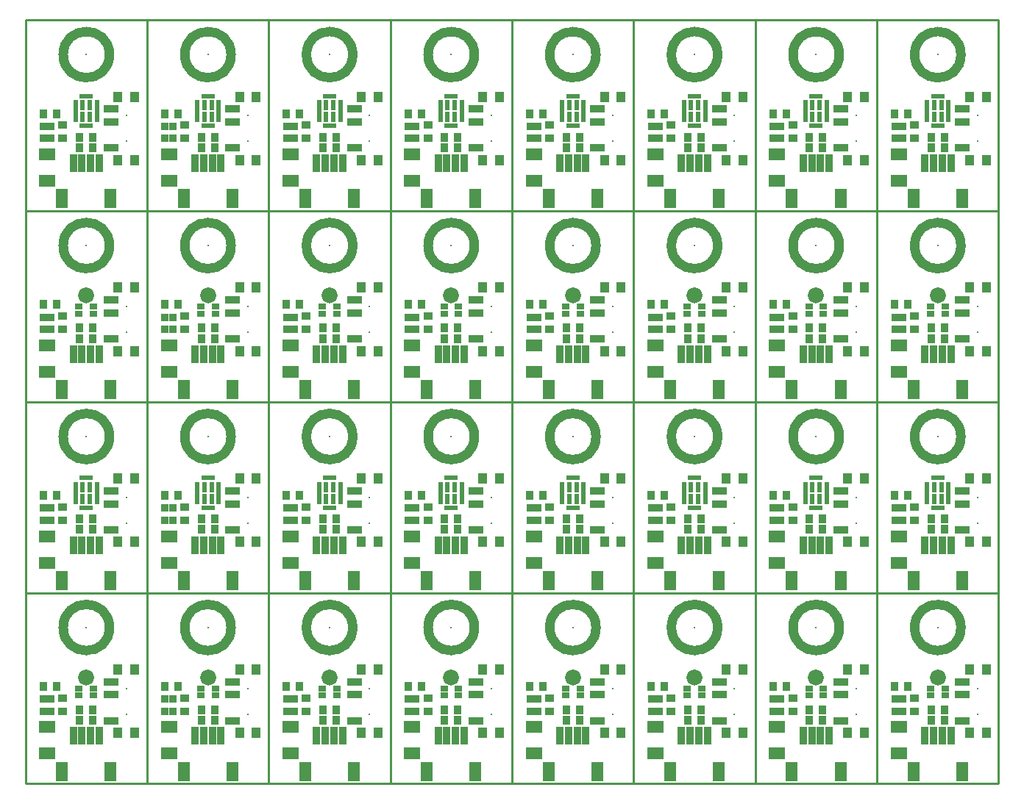
<source format=gts>
G04*
G04 #@! TF.GenerationSoftware,Altium Limited,Altium Designer,22.2.1 (43)*
G04*
G04 Layer_Color=8388736*
%FSLAX44Y44*%
%MOMM*%
G71*
G04*
G04 #@! TF.SameCoordinates,B7F19F8C-4A71-44AC-9732-6E8CD1541173*
G04*
G04*
G04 #@! TF.FilePolarity,Negative*
G04*
G01*
G75*
%ADD11C,0.2540*%
%ADD29C,1.1020*%
%ADD30R,0.9282X0.7252*%
%ADD31O,0.5032X0.3032*%
%ADD32O,0.3032X0.5032*%
%ADD33R,1.0032X1.2032*%
%ADD34R,1.7032X0.9032*%
%ADD35R,0.8382X1.0922*%
%ADD36R,0.9032X0.9532*%
%ADD37R,1.5032X0.5532*%
%ADD38R,0.6032X1.1532*%
%ADD39R,0.5532X2.5032*%
%ADD40R,1.4032X2.2032*%
%ADD41R,0.9032X2.0032*%
%ADD42R,1.9812X1.3462*%
%ADD43R,1.0922X0.8382*%
%ADD44C,1.8300*%
%ADD45C,0.2032*%
D11*
X-560000Y-220000D02*
X-420000D01*
X-280000D01*
X-140000D01*
X0D01*
X140000D01*
X280000D01*
X420000D01*
X560000D01*
X-560000Y-0D02*
X-420000D01*
X-280000D01*
X-140000D01*
X0D01*
X140000D01*
X280000D01*
X420000D01*
X560000D01*
X-560000Y220000D02*
X-420000D01*
X-280000D01*
X-140000D01*
X0D01*
X140000D01*
X280000D01*
X420000D01*
X560000D01*
X420000Y220000D02*
Y440000D01*
Y0D02*
Y220000D01*
Y-220000D02*
Y0D01*
Y-440000D02*
Y-220000D01*
X280000Y220000D02*
Y440000D01*
Y0D02*
Y220000D01*
Y-220000D02*
Y0D01*
Y-440000D02*
Y-220000D01*
X140000Y220000D02*
Y440000D01*
Y0D02*
Y220000D01*
Y-220000D02*
Y0D01*
Y-440000D02*
Y-220000D01*
X0Y220000D02*
Y440000D01*
Y-0D02*
Y220000D01*
Y-220000D02*
Y-0D01*
Y-440000D02*
Y-220000D01*
X-140000Y220000D02*
Y440000D01*
Y0D02*
Y220000D01*
Y-220000D02*
Y0D01*
Y-440000D02*
Y-220000D01*
X-280000Y220000D02*
Y440000D01*
Y0D02*
Y220000D01*
Y-220000D02*
Y0D01*
Y-440000D02*
Y-220000D01*
X-420000Y220000D02*
Y440000D01*
Y0D02*
Y220000D01*
Y-220000D02*
Y0D01*
Y-440000D02*
Y-220000D01*
X420000Y440000D02*
X560000D01*
Y220000D02*
Y440000D01*
X560000Y0D02*
Y220000D01*
Y-220000D02*
Y0D01*
X420000Y-440000D02*
X560000D01*
Y-220000D01*
X280000Y440000D02*
X420000D01*
X280000Y-440000D02*
X420000D01*
X140000Y440000D02*
X280000D01*
X140000Y-440000D02*
X280000D01*
X0Y440000D02*
X140000D01*
X-0Y-440000D02*
X140000D01*
X-140000Y440000D02*
X0D01*
X-140000Y-440000D02*
X-0D01*
X-280000Y440000D02*
X-140000D01*
X-280000Y-440000D02*
X-140000D01*
X-420000Y440000D02*
X-280000D01*
X-420000Y-440000D02*
X-280000D01*
X-560000D02*
X-420000D01*
X-560000D02*
Y-220000D01*
Y0D01*
Y220000D01*
Y440000D01*
X-420000D01*
D29*
X96610Y400000D02*
G03*
X96610Y400000I-26610J0D01*
G01*
X-463390Y180000D02*
G03*
X-463390Y180000I-26610J0D01*
G01*
X516610Y-260000D02*
G03*
X516610Y-260000I-26610J0D01*
G01*
X376610D02*
G03*
X376610Y-260000I-26610J0D01*
G01*
X236610D02*
G03*
X236610Y-260000I-26610J0D01*
G01*
X96610D02*
G03*
X96610Y-260000I-26610J0D01*
G01*
X-43390D02*
G03*
X-43390Y-260000I-26610J0D01*
G01*
X-183390D02*
G03*
X-183390Y-260000I-26610J0D01*
G01*
X-323390D02*
G03*
X-323390Y-260000I-26610J0D01*
G01*
X-463390D02*
G03*
X-463390Y-260000I-26610J0D01*
G01*
X516610Y400000D02*
G03*
X516610Y400000I-26610J0D01*
G01*
X376610D02*
G03*
X376610Y400000I-26610J0D01*
G01*
X236610D02*
G03*
X236610Y400000I-26610J0D01*
G01*
X-43390D02*
G03*
X-43390Y400000I-26610J0D01*
G01*
X-183390D02*
G03*
X-183390Y400000I-26610J0D01*
G01*
X-323390D02*
G03*
X-323390Y400000I-26610J0D01*
G01*
X-463390D02*
G03*
X-463390Y400000I-26610J0D01*
G01*
X516610Y-40000D02*
G03*
X516610Y-40000I-26610J0D01*
G01*
X376610D02*
G03*
X376610Y-40000I-26610J0D01*
G01*
X236610D02*
G03*
X236610Y-40000I-26610J0D01*
G01*
X96610D02*
G03*
X96610Y-40000I-26610J0D01*
G01*
X-43390D02*
G03*
X-43390Y-40000I-26610J0D01*
G01*
X-183390D02*
G03*
X-183390Y-40000I-26610J0D01*
G01*
X-323390D02*
G03*
X-323390Y-40000I-26610J0D01*
G01*
X-463390D02*
G03*
X-463390Y-40000I-26610J0D01*
G01*
X516610Y180000D02*
G03*
X516610Y180000I-26610J0D01*
G01*
X376610D02*
G03*
X376610Y180000I-26610J0D01*
G01*
X236610D02*
G03*
X236610Y180000I-26610J0D01*
G01*
X96610D02*
G03*
X96610Y180000I-26610J0D01*
G01*
X-43390D02*
G03*
X-43390Y180000I-26610J0D01*
G01*
X-183390D02*
G03*
X-183390Y180000I-26610J0D01*
G01*
X-323390D02*
G03*
X-323390Y180000I-26610J0D01*
G01*
D30*
X-481625Y101760D02*
D03*
Y109980D02*
D03*
X-498370D02*
D03*
Y101760D02*
D03*
X-358370D02*
D03*
Y109980D02*
D03*
X-341625D02*
D03*
Y101760D02*
D03*
X-201625D02*
D03*
Y109980D02*
D03*
X-218370D02*
D03*
Y101760D02*
D03*
X-78370D02*
D03*
Y109980D02*
D03*
X-61625D02*
D03*
Y101760D02*
D03*
X78375D02*
D03*
Y109980D02*
D03*
X61630D02*
D03*
Y101760D02*
D03*
X201630D02*
D03*
Y109980D02*
D03*
X218375D02*
D03*
Y101760D02*
D03*
X358375D02*
D03*
Y109980D02*
D03*
X341630D02*
D03*
Y101760D02*
D03*
X481630D02*
D03*
Y109980D02*
D03*
X498375D02*
D03*
Y101760D02*
D03*
X-481625Y-338240D02*
D03*
Y-330020D02*
D03*
X-498370D02*
D03*
Y-338240D02*
D03*
X-358370D02*
D03*
Y-330020D02*
D03*
X-341625D02*
D03*
Y-338240D02*
D03*
X-201625D02*
D03*
Y-330020D02*
D03*
X-218370D02*
D03*
Y-338240D02*
D03*
X-78370D02*
D03*
Y-330020D02*
D03*
X-61625D02*
D03*
Y-338240D02*
D03*
X78375D02*
D03*
Y-330020D02*
D03*
X61630D02*
D03*
Y-338240D02*
D03*
X201630D02*
D03*
Y-330020D02*
D03*
X218375D02*
D03*
Y-338240D02*
D03*
X358375D02*
D03*
Y-330020D02*
D03*
X341630D02*
D03*
Y-338240D02*
D03*
X481630D02*
D03*
Y-330020D02*
D03*
X498375D02*
D03*
Y-338240D02*
D03*
D31*
X-483375Y122500D02*
D03*
X-496625D02*
D03*
X-356625D02*
D03*
X-343375D02*
D03*
X-203375D02*
D03*
X-216625D02*
D03*
X-76625D02*
D03*
X-63375D02*
D03*
X76625D02*
D03*
X63375D02*
D03*
X203375D02*
D03*
X216625D02*
D03*
X356625D02*
D03*
X343375D02*
D03*
X483375D02*
D03*
X496625D02*
D03*
X-483375Y-317500D02*
D03*
X-496625D02*
D03*
X-356625D02*
D03*
X-343375D02*
D03*
X-203375D02*
D03*
X-216625D02*
D03*
X-76625D02*
D03*
X-63375D02*
D03*
X76625D02*
D03*
X63375D02*
D03*
X203375D02*
D03*
X216625D02*
D03*
X356625D02*
D03*
X343375D02*
D03*
X483375D02*
D03*
X496625D02*
D03*
D32*
X-490000Y129125D02*
D03*
Y115875D02*
D03*
X-350000D02*
D03*
Y129125D02*
D03*
X-210000D02*
D03*
Y115875D02*
D03*
X-70000D02*
D03*
Y129125D02*
D03*
X70000D02*
D03*
Y115875D02*
D03*
X210000D02*
D03*
Y129125D02*
D03*
X350000D02*
D03*
Y115875D02*
D03*
X490000D02*
D03*
Y129125D02*
D03*
X-490000Y-310875D02*
D03*
Y-324125D02*
D03*
X-350000D02*
D03*
Y-310875D02*
D03*
X-210000D02*
D03*
Y-324125D02*
D03*
X-70000D02*
D03*
Y-310875D02*
D03*
X70000D02*
D03*
Y-324125D02*
D03*
X210000D02*
D03*
Y-310875D02*
D03*
X350000D02*
D03*
Y-324125D02*
D03*
X490000D02*
D03*
Y-310875D02*
D03*
D33*
X-434350Y351500D02*
D03*
Y278500D02*
D03*
X-453650D02*
D03*
Y351500D02*
D03*
X-313650D02*
D03*
Y278500D02*
D03*
X-294350D02*
D03*
Y351500D02*
D03*
X-154350D02*
D03*
Y278500D02*
D03*
X-173650D02*
D03*
Y351500D02*
D03*
X-33650D02*
D03*
Y278500D02*
D03*
X-14350D02*
D03*
Y351500D02*
D03*
X265650D02*
D03*
Y278500D02*
D03*
X246350D02*
D03*
Y351500D02*
D03*
X386350D02*
D03*
Y278500D02*
D03*
X405650D02*
D03*
Y351500D02*
D03*
X545650D02*
D03*
Y278500D02*
D03*
X526350D02*
D03*
Y351500D02*
D03*
X-453650Y131500D02*
D03*
Y58500D02*
D03*
X-434350D02*
D03*
Y131500D02*
D03*
X-294350D02*
D03*
Y58500D02*
D03*
X-313650D02*
D03*
Y131500D02*
D03*
X-173650D02*
D03*
Y58500D02*
D03*
X-154350D02*
D03*
Y131500D02*
D03*
X-14350D02*
D03*
Y58500D02*
D03*
X-33650D02*
D03*
Y131500D02*
D03*
X106350D02*
D03*
Y58500D02*
D03*
X125650D02*
D03*
Y131500D02*
D03*
X265650D02*
D03*
Y58500D02*
D03*
X246350D02*
D03*
Y131500D02*
D03*
X386350D02*
D03*
Y58500D02*
D03*
X405650D02*
D03*
Y131500D02*
D03*
X545650D02*
D03*
Y58500D02*
D03*
X526350D02*
D03*
Y131500D02*
D03*
X-453650Y-88500D02*
D03*
Y-161500D02*
D03*
X-434350D02*
D03*
Y-88500D02*
D03*
X-294350D02*
D03*
Y-161500D02*
D03*
X-313650D02*
D03*
Y-88500D02*
D03*
X-173650D02*
D03*
Y-161500D02*
D03*
X-154350D02*
D03*
Y-88500D02*
D03*
X-14350D02*
D03*
Y-161500D02*
D03*
X-33650D02*
D03*
Y-88500D02*
D03*
X106350D02*
D03*
Y-161500D02*
D03*
X125650D02*
D03*
Y-88500D02*
D03*
X265650D02*
D03*
Y-161500D02*
D03*
X246350D02*
D03*
Y-88500D02*
D03*
X386350D02*
D03*
Y-161500D02*
D03*
X405650D02*
D03*
Y-88500D02*
D03*
X545650D02*
D03*
Y-161500D02*
D03*
X526350D02*
D03*
Y-88500D02*
D03*
X-453650Y-308500D02*
D03*
Y-381500D02*
D03*
X-434350D02*
D03*
Y-308500D02*
D03*
X-294350D02*
D03*
Y-381500D02*
D03*
X-313650D02*
D03*
Y-308500D02*
D03*
X-173650D02*
D03*
Y-381500D02*
D03*
X-154350D02*
D03*
Y-308500D02*
D03*
X-14350D02*
D03*
Y-381500D02*
D03*
X-33650D02*
D03*
Y-308500D02*
D03*
X106350D02*
D03*
Y-381500D02*
D03*
X125650D02*
D03*
Y-308500D02*
D03*
X265650D02*
D03*
Y-381500D02*
D03*
X246350D02*
D03*
Y-308500D02*
D03*
X386350D02*
D03*
Y-381500D02*
D03*
X405650D02*
D03*
Y-308500D02*
D03*
X545650D02*
D03*
Y-381500D02*
D03*
X526350D02*
D03*
Y-308500D02*
D03*
X106350Y351500D02*
D03*
Y278500D02*
D03*
X125650D02*
D03*
Y351500D02*
D03*
D34*
X-461500Y292500D02*
D03*
Y322500D02*
D03*
Y337500D02*
D03*
X-321500D02*
D03*
Y322500D02*
D03*
Y292500D02*
D03*
X-181500D02*
D03*
Y322500D02*
D03*
Y337500D02*
D03*
X-41500D02*
D03*
Y322500D02*
D03*
Y292500D02*
D03*
X238500D02*
D03*
Y322500D02*
D03*
Y337500D02*
D03*
X378500D02*
D03*
Y322500D02*
D03*
Y292500D02*
D03*
X518500D02*
D03*
Y322500D02*
D03*
Y337500D02*
D03*
X-461500Y117500D02*
D03*
Y102500D02*
D03*
Y72500D02*
D03*
X-321500D02*
D03*
Y102500D02*
D03*
Y117500D02*
D03*
X-181500D02*
D03*
Y102500D02*
D03*
Y72500D02*
D03*
X-41500D02*
D03*
Y102500D02*
D03*
Y117500D02*
D03*
X98500D02*
D03*
Y102500D02*
D03*
Y72500D02*
D03*
X238500D02*
D03*
Y102500D02*
D03*
Y117500D02*
D03*
X378500D02*
D03*
Y102500D02*
D03*
Y72500D02*
D03*
X518500D02*
D03*
Y102500D02*
D03*
Y117500D02*
D03*
X-461500Y-102500D02*
D03*
Y-117500D02*
D03*
Y-147500D02*
D03*
X-321500D02*
D03*
Y-117500D02*
D03*
Y-102500D02*
D03*
X-181500D02*
D03*
Y-117500D02*
D03*
Y-147500D02*
D03*
X-41500D02*
D03*
Y-117500D02*
D03*
Y-102500D02*
D03*
X98500D02*
D03*
Y-117500D02*
D03*
Y-147500D02*
D03*
X238500D02*
D03*
Y-117500D02*
D03*
Y-102500D02*
D03*
X378500D02*
D03*
Y-117500D02*
D03*
Y-147500D02*
D03*
X518500D02*
D03*
Y-117500D02*
D03*
Y-102500D02*
D03*
X-461500Y-322500D02*
D03*
Y-337500D02*
D03*
Y-367500D02*
D03*
X-321500D02*
D03*
Y-337500D02*
D03*
Y-322500D02*
D03*
X-181500D02*
D03*
Y-337500D02*
D03*
Y-367500D02*
D03*
X-41500D02*
D03*
Y-337500D02*
D03*
Y-322500D02*
D03*
X98500D02*
D03*
Y-337500D02*
D03*
Y-367500D02*
D03*
X238500D02*
D03*
Y-337500D02*
D03*
Y-322500D02*
D03*
X378500D02*
D03*
Y-337500D02*
D03*
Y-367500D02*
D03*
X518500D02*
D03*
Y-337500D02*
D03*
Y-322500D02*
D03*
X98500Y337500D02*
D03*
Y322500D02*
D03*
Y292500D02*
D03*
D35*
X-539620Y332000D02*
D03*
X-524380D02*
D03*
X77620Y293000D02*
D03*
X62380D02*
D03*
X77620Y305000D02*
D03*
X62380D02*
D03*
X20380Y332000D02*
D03*
X35620D02*
D03*
X-539620Y112000D02*
D03*
X-524380D02*
D03*
X-482380Y73000D02*
D03*
X-497620D02*
D03*
X-482380Y85000D02*
D03*
X-497620D02*
D03*
X497620Y-367000D02*
D03*
X482380D02*
D03*
X497620Y-355000D02*
D03*
X482380D02*
D03*
X440380Y-328000D02*
D03*
X455620D02*
D03*
X357620Y-367000D02*
D03*
X342380D02*
D03*
X357620Y-355000D02*
D03*
X342380D02*
D03*
X300380Y-328000D02*
D03*
X315620D02*
D03*
X217620Y-367000D02*
D03*
X202380D02*
D03*
X217620Y-355000D02*
D03*
X202380D02*
D03*
X160380Y-328000D02*
D03*
X175620D02*
D03*
X77620Y-367000D02*
D03*
X62380D02*
D03*
X77620Y-355000D02*
D03*
X62380D02*
D03*
X20380Y-328000D02*
D03*
X35620D02*
D03*
X-62380Y-367000D02*
D03*
X-77620D02*
D03*
X-62380Y-355000D02*
D03*
X-77620D02*
D03*
X-119620Y-328000D02*
D03*
X-104380D02*
D03*
X-202380Y-367000D02*
D03*
X-217620D02*
D03*
X-202380Y-355000D02*
D03*
X-217620D02*
D03*
X-259620Y-328000D02*
D03*
X-244380D02*
D03*
X-342380Y-367000D02*
D03*
X-357620D02*
D03*
X-342380Y-355000D02*
D03*
X-357620D02*
D03*
X-399620Y-328000D02*
D03*
X-384380D02*
D03*
X-482380Y-367000D02*
D03*
X-497620D02*
D03*
X-482380Y-355000D02*
D03*
X-497620D02*
D03*
X-539620Y-328000D02*
D03*
X-524380D02*
D03*
X497620Y293000D02*
D03*
X482380D02*
D03*
X497620Y305000D02*
D03*
X482380D02*
D03*
X440380Y332000D02*
D03*
X455620D02*
D03*
X357620Y293000D02*
D03*
X342380D02*
D03*
X357620Y305000D02*
D03*
X342380D02*
D03*
X300380Y332000D02*
D03*
X315620D02*
D03*
X217620Y293000D02*
D03*
X202380D02*
D03*
X217620Y305000D02*
D03*
X202380D02*
D03*
X160380Y332000D02*
D03*
X175620D02*
D03*
X-62380Y293000D02*
D03*
X-77620D02*
D03*
X-62380Y305000D02*
D03*
X-77620D02*
D03*
X-119620Y332000D02*
D03*
X-104380D02*
D03*
X-202380Y293000D02*
D03*
X-217620D02*
D03*
X-202380Y305000D02*
D03*
X-217620D02*
D03*
X-259620Y332000D02*
D03*
X-244380D02*
D03*
X-342380Y293000D02*
D03*
X-357620D02*
D03*
X-342380Y305000D02*
D03*
X-357620D02*
D03*
X-399620Y332000D02*
D03*
X-384380D02*
D03*
X-482380Y293000D02*
D03*
X-497620D02*
D03*
X-482380Y305000D02*
D03*
X-497620D02*
D03*
X497620Y-147000D02*
D03*
X482380D02*
D03*
X497620Y-135000D02*
D03*
X482380D02*
D03*
X440380Y-108000D02*
D03*
X455620D02*
D03*
X357620Y-147000D02*
D03*
X342380D02*
D03*
X357620Y-135000D02*
D03*
X342380D02*
D03*
X300380Y-108000D02*
D03*
X315620D02*
D03*
X217620Y-147000D02*
D03*
X202380D02*
D03*
X217620Y-135000D02*
D03*
X202380D02*
D03*
X160380Y-108000D02*
D03*
X175620D02*
D03*
X77620Y-147000D02*
D03*
X62380D02*
D03*
X77620Y-135000D02*
D03*
X62380D02*
D03*
X20380Y-108000D02*
D03*
X35620D02*
D03*
X-62380Y-147000D02*
D03*
X-77620D02*
D03*
X-62380Y-135000D02*
D03*
X-77620D02*
D03*
X-119620Y-108000D02*
D03*
X-104380D02*
D03*
X-202380Y-147000D02*
D03*
X-217620D02*
D03*
X-202380Y-135000D02*
D03*
X-217620D02*
D03*
X-259620Y-108000D02*
D03*
X-244380D02*
D03*
X-342380Y-147000D02*
D03*
X-357620D02*
D03*
X-342380Y-135000D02*
D03*
X-357620D02*
D03*
X-399620Y-108000D02*
D03*
X-384380D02*
D03*
X-482380Y-147000D02*
D03*
X-497620D02*
D03*
X-482380Y-135000D02*
D03*
X-497620D02*
D03*
X-539620Y-108000D02*
D03*
X-524380D02*
D03*
X497620Y73000D02*
D03*
X482380D02*
D03*
X497620Y85000D02*
D03*
X482380D02*
D03*
X440380Y112000D02*
D03*
X455620D02*
D03*
X357620Y73000D02*
D03*
X342380D02*
D03*
X357620Y85000D02*
D03*
X342380D02*
D03*
X300380Y112000D02*
D03*
X315620D02*
D03*
X217620Y73000D02*
D03*
X202380D02*
D03*
X217620Y85000D02*
D03*
X202380D02*
D03*
X160380Y112000D02*
D03*
X175620D02*
D03*
X77620Y73000D02*
D03*
X62380D02*
D03*
X77620Y85000D02*
D03*
X62380D02*
D03*
X20380Y112000D02*
D03*
X35620D02*
D03*
X-62380Y73000D02*
D03*
X-77620D02*
D03*
X-62380Y85000D02*
D03*
X-77620D02*
D03*
X-119620Y112000D02*
D03*
X-104380D02*
D03*
X-202380Y73000D02*
D03*
X-217620D02*
D03*
X-202380Y85000D02*
D03*
X-217620D02*
D03*
X-259620Y112000D02*
D03*
X-244380D02*
D03*
X-342380Y73000D02*
D03*
X-357620D02*
D03*
X-342380Y85000D02*
D03*
X-357620D02*
D03*
X-399620Y112000D02*
D03*
X-384380D02*
D03*
D36*
X-530700Y303500D02*
D03*
Y317500D02*
D03*
X-539300Y303500D02*
D03*
Y317500D02*
D03*
X29300Y303500D02*
D03*
Y317500D02*
D03*
X20700Y303500D02*
D03*
Y317500D02*
D03*
X-530700Y83500D02*
D03*
Y97500D02*
D03*
X-539300Y83500D02*
D03*
Y97500D02*
D03*
X449300Y-356500D02*
D03*
Y-342500D02*
D03*
X440700Y-356500D02*
D03*
Y-342500D02*
D03*
X309300Y-356500D02*
D03*
Y-342500D02*
D03*
X300700Y-356500D02*
D03*
Y-342500D02*
D03*
X169300Y-356500D02*
D03*
Y-342500D02*
D03*
X160700Y-356500D02*
D03*
Y-342500D02*
D03*
X29300Y-356500D02*
D03*
Y-342500D02*
D03*
X20700Y-356500D02*
D03*
Y-342500D02*
D03*
X-110700Y-356500D02*
D03*
Y-342500D02*
D03*
X-119300Y-356500D02*
D03*
Y-342500D02*
D03*
X-250700Y-356500D02*
D03*
Y-342500D02*
D03*
X-259300Y-356500D02*
D03*
Y-342500D02*
D03*
X-390700Y-356500D02*
D03*
Y-342500D02*
D03*
X-399300Y-356500D02*
D03*
Y-342500D02*
D03*
X-530700Y-356500D02*
D03*
Y-342500D02*
D03*
X-539300Y-356500D02*
D03*
Y-342500D02*
D03*
X449300Y303500D02*
D03*
Y317500D02*
D03*
X440700Y303500D02*
D03*
Y317500D02*
D03*
X309300Y303500D02*
D03*
Y317500D02*
D03*
X300700Y303500D02*
D03*
Y317500D02*
D03*
X169300Y303500D02*
D03*
Y317500D02*
D03*
X160700Y303500D02*
D03*
Y317500D02*
D03*
X-110700Y303500D02*
D03*
Y317500D02*
D03*
X-119300Y303500D02*
D03*
Y317500D02*
D03*
X-250700Y303500D02*
D03*
Y317500D02*
D03*
X-259300Y303500D02*
D03*
Y317500D02*
D03*
X-390700Y303500D02*
D03*
Y317500D02*
D03*
X-399300Y303500D02*
D03*
Y317500D02*
D03*
X449300Y-136500D02*
D03*
Y-122500D02*
D03*
X440700Y-136500D02*
D03*
Y-122500D02*
D03*
X309300Y-136500D02*
D03*
Y-122500D02*
D03*
X300700Y-136500D02*
D03*
Y-122500D02*
D03*
X169300Y-136500D02*
D03*
Y-122500D02*
D03*
X160700Y-136500D02*
D03*
Y-122500D02*
D03*
X29300Y-136500D02*
D03*
Y-122500D02*
D03*
X20700Y-136500D02*
D03*
Y-122500D02*
D03*
X-110700Y-136500D02*
D03*
Y-122500D02*
D03*
X-119300Y-136500D02*
D03*
Y-122500D02*
D03*
X-250700Y-136500D02*
D03*
Y-122500D02*
D03*
X-259300Y-136500D02*
D03*
Y-122500D02*
D03*
X-390700Y-136500D02*
D03*
Y-122500D02*
D03*
X-399300Y-136500D02*
D03*
Y-122500D02*
D03*
X-530700Y-136500D02*
D03*
Y-122500D02*
D03*
X-539300Y-136500D02*
D03*
Y-122500D02*
D03*
X449300Y83500D02*
D03*
Y97500D02*
D03*
X440700Y83500D02*
D03*
Y97500D02*
D03*
X309300Y83500D02*
D03*
Y97500D02*
D03*
X300700Y83500D02*
D03*
Y97500D02*
D03*
X169300Y83500D02*
D03*
Y97500D02*
D03*
X160700Y83500D02*
D03*
Y97500D02*
D03*
X29300Y83500D02*
D03*
Y97500D02*
D03*
X20700Y83500D02*
D03*
Y97500D02*
D03*
X-110700Y83500D02*
D03*
Y97500D02*
D03*
X-119300Y83500D02*
D03*
Y97500D02*
D03*
X-250700Y83500D02*
D03*
Y97500D02*
D03*
X-259300Y83500D02*
D03*
Y97500D02*
D03*
X-390700Y83500D02*
D03*
Y97500D02*
D03*
X-399300Y83500D02*
D03*
Y97500D02*
D03*
D37*
X70000Y317750D02*
D03*
Y352250D02*
D03*
X490000Y317750D02*
D03*
Y352250D02*
D03*
X350000Y317750D02*
D03*
Y352250D02*
D03*
X210000Y317750D02*
D03*
Y352250D02*
D03*
X-70000Y317750D02*
D03*
Y352250D02*
D03*
X-210000Y317750D02*
D03*
Y352250D02*
D03*
X-350000Y317750D02*
D03*
Y352250D02*
D03*
X-490000Y317750D02*
D03*
Y352250D02*
D03*
X490000Y-122250D02*
D03*
Y-87750D02*
D03*
X350000Y-122250D02*
D03*
Y-87750D02*
D03*
X210000Y-122250D02*
D03*
Y-87750D02*
D03*
X70000Y-122250D02*
D03*
Y-87750D02*
D03*
X-70000Y-122250D02*
D03*
Y-87750D02*
D03*
X-210000Y-122250D02*
D03*
Y-87750D02*
D03*
X-350000Y-122250D02*
D03*
Y-87750D02*
D03*
X-490000Y-122250D02*
D03*
Y-87750D02*
D03*
D38*
X74250Y341750D02*
D03*
Y328250D02*
D03*
X65750Y341750D02*
D03*
Y328250D02*
D03*
X494250Y341750D02*
D03*
Y328250D02*
D03*
X485750Y341750D02*
D03*
Y328250D02*
D03*
X354250Y341750D02*
D03*
Y328250D02*
D03*
X345750Y341750D02*
D03*
Y328250D02*
D03*
X214250Y341750D02*
D03*
Y328250D02*
D03*
X205750Y341750D02*
D03*
Y328250D02*
D03*
X-65750Y341750D02*
D03*
Y328250D02*
D03*
X-74250Y341750D02*
D03*
Y328250D02*
D03*
X-205750Y341750D02*
D03*
Y328250D02*
D03*
X-214250Y341750D02*
D03*
Y328250D02*
D03*
X-345750Y341750D02*
D03*
Y328250D02*
D03*
X-354250Y341750D02*
D03*
Y328250D02*
D03*
X-485750Y341750D02*
D03*
Y328250D02*
D03*
X-494250Y341750D02*
D03*
Y328250D02*
D03*
X494250Y-98250D02*
D03*
Y-111750D02*
D03*
X485750Y-98250D02*
D03*
Y-111750D02*
D03*
X354250Y-98250D02*
D03*
Y-111750D02*
D03*
X345750Y-98250D02*
D03*
Y-111750D02*
D03*
X214250Y-98250D02*
D03*
Y-111750D02*
D03*
X205750Y-98250D02*
D03*
Y-111750D02*
D03*
X74250Y-98250D02*
D03*
Y-111750D02*
D03*
X65750Y-98250D02*
D03*
Y-111750D02*
D03*
X-65750Y-98250D02*
D03*
Y-111750D02*
D03*
X-74250Y-98250D02*
D03*
Y-111750D02*
D03*
X-205750Y-98250D02*
D03*
Y-111750D02*
D03*
X-214250Y-98250D02*
D03*
Y-111750D02*
D03*
X-345750Y-98250D02*
D03*
Y-111750D02*
D03*
X-354250Y-98250D02*
D03*
Y-111750D02*
D03*
X-485750Y-98250D02*
D03*
Y-111750D02*
D03*
X-494250Y-98250D02*
D03*
Y-111750D02*
D03*
D39*
X82250Y335000D02*
D03*
X57750D02*
D03*
X502250D02*
D03*
X477750D02*
D03*
X362250D02*
D03*
X337750D02*
D03*
X222250D02*
D03*
X197750D02*
D03*
X-57750D02*
D03*
X-82250D02*
D03*
X-197750D02*
D03*
X-222250D02*
D03*
X-337750D02*
D03*
X-362250D02*
D03*
X-477750D02*
D03*
X-502250D02*
D03*
X502250Y-105000D02*
D03*
X477750D02*
D03*
X362250D02*
D03*
X337750D02*
D03*
X222250D02*
D03*
X197750D02*
D03*
X82250D02*
D03*
X57750D02*
D03*
X-57750D02*
D03*
X-82250D02*
D03*
X-197750D02*
D03*
X-222250D02*
D03*
X-337750D02*
D03*
X-362250D02*
D03*
X-477750D02*
D03*
X-502250D02*
D03*
D40*
X98000Y234000D02*
D03*
X42000D02*
D03*
X-462000Y14000D02*
D03*
X-518000D02*
D03*
X518000Y-426000D02*
D03*
X462000D02*
D03*
X378000D02*
D03*
X322000D02*
D03*
X238000D02*
D03*
X182000D02*
D03*
X98000D02*
D03*
X42000D02*
D03*
X-42000D02*
D03*
X-98000D02*
D03*
X-182000D02*
D03*
X-238000D02*
D03*
X-322000D02*
D03*
X-378000D02*
D03*
X-462000D02*
D03*
X-518000D02*
D03*
X518000Y234000D02*
D03*
X462000D02*
D03*
X378000D02*
D03*
X322000D02*
D03*
X238000D02*
D03*
X182000D02*
D03*
X-42000D02*
D03*
X-98000D02*
D03*
X-182000D02*
D03*
X-238000D02*
D03*
X-322000D02*
D03*
X-378000D02*
D03*
X-462000D02*
D03*
X-518000D02*
D03*
X518000Y-206000D02*
D03*
X462000D02*
D03*
X378000D02*
D03*
X322000D02*
D03*
X238000D02*
D03*
X182000D02*
D03*
X98000D02*
D03*
X42000D02*
D03*
X-42000D02*
D03*
X-98000D02*
D03*
X-182000D02*
D03*
X-238000D02*
D03*
X-322000D02*
D03*
X-378000D02*
D03*
X-462000D02*
D03*
X-518000D02*
D03*
X518000Y14000D02*
D03*
X462000D02*
D03*
X378000D02*
D03*
X322000D02*
D03*
X238000D02*
D03*
X182000D02*
D03*
X98000D02*
D03*
X42000D02*
D03*
X-42000D02*
D03*
X-98000D02*
D03*
X-182000D02*
D03*
X-238000D02*
D03*
X-322000D02*
D03*
X-378000D02*
D03*
D41*
X85000Y275000D02*
D03*
X75000D02*
D03*
X55000D02*
D03*
X65000D02*
D03*
X-475000Y55000D02*
D03*
X-485000D02*
D03*
X-505000D02*
D03*
X-495000D02*
D03*
X505000Y-385000D02*
D03*
X495000D02*
D03*
X475000D02*
D03*
X485000D02*
D03*
X365000D02*
D03*
X355000D02*
D03*
X335000D02*
D03*
X345000D02*
D03*
X225000D02*
D03*
X215000D02*
D03*
X195000D02*
D03*
X205000D02*
D03*
X85000D02*
D03*
X75000D02*
D03*
X55000D02*
D03*
X65000D02*
D03*
X-55000D02*
D03*
X-65000D02*
D03*
X-85000D02*
D03*
X-75000D02*
D03*
X-195000D02*
D03*
X-205000D02*
D03*
X-225000D02*
D03*
X-215000D02*
D03*
X-335000D02*
D03*
X-345000D02*
D03*
X-365000D02*
D03*
X-355000D02*
D03*
X-475000D02*
D03*
X-485000D02*
D03*
X-505000D02*
D03*
X-495000D02*
D03*
X505000Y275000D02*
D03*
X495000D02*
D03*
X475000D02*
D03*
X485000D02*
D03*
X365000D02*
D03*
X355000D02*
D03*
X335000D02*
D03*
X345000D02*
D03*
X225000D02*
D03*
X215000D02*
D03*
X195000D02*
D03*
X205000D02*
D03*
X-55000D02*
D03*
X-65000D02*
D03*
X-85000D02*
D03*
X-75000D02*
D03*
X-195000D02*
D03*
X-205000D02*
D03*
X-225000D02*
D03*
X-215000D02*
D03*
X-335000D02*
D03*
X-345000D02*
D03*
X-365000D02*
D03*
X-355000D02*
D03*
X-475000D02*
D03*
X-485000D02*
D03*
X-505000D02*
D03*
X-495000D02*
D03*
X505000Y-165000D02*
D03*
X495000D02*
D03*
X475000D02*
D03*
X485000D02*
D03*
X365000D02*
D03*
X355000D02*
D03*
X335000D02*
D03*
X345000D02*
D03*
X225000D02*
D03*
X215000D02*
D03*
X195000D02*
D03*
X205000D02*
D03*
X85000D02*
D03*
X75000D02*
D03*
X55000D02*
D03*
X65000D02*
D03*
X-55000D02*
D03*
X-65000D02*
D03*
X-85000D02*
D03*
X-75000D02*
D03*
X-195000D02*
D03*
X-205000D02*
D03*
X-225000D02*
D03*
X-215000D02*
D03*
X-335000D02*
D03*
X-345000D02*
D03*
X-365000D02*
D03*
X-355000D02*
D03*
X-475000D02*
D03*
X-485000D02*
D03*
X-505000D02*
D03*
X-495000D02*
D03*
X505000Y55000D02*
D03*
X495000D02*
D03*
X475000D02*
D03*
X485000D02*
D03*
X365000D02*
D03*
X355000D02*
D03*
X335000D02*
D03*
X345000D02*
D03*
X225000D02*
D03*
X215000D02*
D03*
X195000D02*
D03*
X205000D02*
D03*
X85000D02*
D03*
X75000D02*
D03*
X55000D02*
D03*
X65000D02*
D03*
X-55000D02*
D03*
X-65000D02*
D03*
X-85000D02*
D03*
X-75000D02*
D03*
X-195000D02*
D03*
X-205000D02*
D03*
X-225000D02*
D03*
X-215000D02*
D03*
X-335000D02*
D03*
X-345000D02*
D03*
X-365000D02*
D03*
X-355000D02*
D03*
D42*
X25000Y254760D02*
D03*
Y285240D02*
D03*
X-535000Y34760D02*
D03*
Y65240D02*
D03*
X445000Y-405240D02*
D03*
Y-374760D02*
D03*
X305000Y-405240D02*
D03*
Y-374760D02*
D03*
X165000Y-405240D02*
D03*
Y-374760D02*
D03*
X25000Y-405240D02*
D03*
Y-374760D02*
D03*
X-115000Y-405240D02*
D03*
Y-374760D02*
D03*
X-255000Y-405240D02*
D03*
Y-374760D02*
D03*
X-395000Y-405240D02*
D03*
Y-374760D02*
D03*
X-535000Y-405240D02*
D03*
Y-374760D02*
D03*
X445000Y254760D02*
D03*
Y285240D02*
D03*
X305000Y254760D02*
D03*
Y285240D02*
D03*
X165000Y254760D02*
D03*
Y285240D02*
D03*
X-115000Y254760D02*
D03*
Y285240D02*
D03*
X-255000Y254760D02*
D03*
Y285240D02*
D03*
X-395000Y254760D02*
D03*
Y285240D02*
D03*
X-535000Y254760D02*
D03*
Y285240D02*
D03*
X445000Y-185240D02*
D03*
Y-154760D02*
D03*
X305000Y-185240D02*
D03*
Y-154760D02*
D03*
X165000Y-185240D02*
D03*
Y-154760D02*
D03*
X25000Y-185240D02*
D03*
Y-154760D02*
D03*
X-115000Y-185240D02*
D03*
Y-154760D02*
D03*
X-255000Y-185240D02*
D03*
Y-154760D02*
D03*
X-395000Y-185240D02*
D03*
Y-154760D02*
D03*
X-535000Y-185240D02*
D03*
Y-154760D02*
D03*
X445000Y34760D02*
D03*
Y65240D02*
D03*
X305000Y34760D02*
D03*
Y65240D02*
D03*
X165000Y34760D02*
D03*
Y65240D02*
D03*
X25000Y34760D02*
D03*
Y65240D02*
D03*
X-115000Y34760D02*
D03*
Y65240D02*
D03*
X-255000Y34760D02*
D03*
Y65240D02*
D03*
X-395000Y34760D02*
D03*
Y65240D02*
D03*
D43*
X43000Y303380D02*
D03*
Y318620D02*
D03*
X-517000Y83380D02*
D03*
Y98620D02*
D03*
X463000Y-356620D02*
D03*
Y-341380D02*
D03*
X323000Y-356620D02*
D03*
Y-341380D02*
D03*
X183000Y-356620D02*
D03*
Y-341380D02*
D03*
X43000Y-356620D02*
D03*
Y-341380D02*
D03*
X-97000Y-356620D02*
D03*
Y-341380D02*
D03*
X-237000Y-356620D02*
D03*
Y-341380D02*
D03*
X-377000Y-356620D02*
D03*
Y-341380D02*
D03*
X-517000Y-356620D02*
D03*
Y-341380D02*
D03*
X463000Y303380D02*
D03*
Y318620D02*
D03*
X323000Y303380D02*
D03*
Y318620D02*
D03*
X183000Y303380D02*
D03*
Y318620D02*
D03*
X-97000Y303380D02*
D03*
Y318620D02*
D03*
X-237000Y303380D02*
D03*
Y318620D02*
D03*
X-377000Y303380D02*
D03*
Y318620D02*
D03*
X-517000Y303380D02*
D03*
Y318620D02*
D03*
X463000Y-136620D02*
D03*
Y-121380D02*
D03*
X323000Y-136620D02*
D03*
Y-121380D02*
D03*
X183000Y-136620D02*
D03*
Y-121380D02*
D03*
X43000Y-136620D02*
D03*
Y-121380D02*
D03*
X-97000Y-136620D02*
D03*
Y-121380D02*
D03*
X-237000Y-136620D02*
D03*
Y-121380D02*
D03*
X-377000Y-136620D02*
D03*
Y-121380D02*
D03*
X-517000Y-136620D02*
D03*
Y-121380D02*
D03*
X463000Y83380D02*
D03*
Y98620D02*
D03*
X323000Y83380D02*
D03*
Y98620D02*
D03*
X183000Y83380D02*
D03*
Y98620D02*
D03*
X43000Y83380D02*
D03*
Y98620D02*
D03*
X-97000Y83380D02*
D03*
Y98620D02*
D03*
X-237000Y83380D02*
D03*
Y98620D02*
D03*
X-377000Y83380D02*
D03*
Y98620D02*
D03*
D44*
X-490000Y122500D02*
D03*
X-350000D02*
D03*
X-210000D02*
D03*
X-70000D02*
D03*
X70000D02*
D03*
X210000D02*
D03*
X350000D02*
D03*
X490000D02*
D03*
X-490000Y-317500D02*
D03*
X-350000D02*
D03*
X-210000D02*
D03*
X-70000D02*
D03*
X70000D02*
D03*
X210000D02*
D03*
X350000D02*
D03*
X490000D02*
D03*
D45*
X-444000Y330000D02*
D03*
Y300000D02*
D03*
X-304000D02*
D03*
Y330000D02*
D03*
X-164000D02*
D03*
Y300000D02*
D03*
X-24000D02*
D03*
Y330000D02*
D03*
X256000D02*
D03*
Y300000D02*
D03*
X396000D02*
D03*
Y330000D02*
D03*
X536000D02*
D03*
Y300000D02*
D03*
X-444000Y80000D02*
D03*
Y110000D02*
D03*
X-304000D02*
D03*
Y80000D02*
D03*
X-164000D02*
D03*
Y110000D02*
D03*
X-24000D02*
D03*
Y80000D02*
D03*
X116000D02*
D03*
Y110000D02*
D03*
X256000D02*
D03*
Y80000D02*
D03*
X396000D02*
D03*
Y110000D02*
D03*
X536000D02*
D03*
Y80000D02*
D03*
X-444000Y-140000D02*
D03*
Y-110000D02*
D03*
X-304000D02*
D03*
Y-140000D02*
D03*
X-164000D02*
D03*
Y-110000D02*
D03*
X-24000D02*
D03*
Y-140000D02*
D03*
X116000D02*
D03*
Y-110000D02*
D03*
X256000D02*
D03*
Y-140000D02*
D03*
X396000D02*
D03*
Y-110000D02*
D03*
X536000D02*
D03*
Y-140000D02*
D03*
X-444000Y-360000D02*
D03*
Y-330000D02*
D03*
X-304000D02*
D03*
Y-360000D02*
D03*
X-164000D02*
D03*
Y-330000D02*
D03*
X-24000D02*
D03*
Y-360000D02*
D03*
X116000D02*
D03*
Y-330000D02*
D03*
X256000D02*
D03*
Y-360000D02*
D03*
X396000D02*
D03*
Y-330000D02*
D03*
X536000D02*
D03*
Y-360000D02*
D03*
X116000Y300000D02*
D03*
Y330000D02*
D03*
X70000Y400000D02*
D03*
X-490000Y180000D02*
D03*
X490000Y-260000D02*
D03*
X350000D02*
D03*
X210000D02*
D03*
X70000D02*
D03*
X-70000D02*
D03*
X-210000D02*
D03*
X-350000D02*
D03*
X-490000D02*
D03*
X490000Y400000D02*
D03*
X350000D02*
D03*
X210000D02*
D03*
X-70000D02*
D03*
X-210000D02*
D03*
X-350000D02*
D03*
X-490000D02*
D03*
X490000Y-40000D02*
D03*
X350000D02*
D03*
X210000D02*
D03*
X70000D02*
D03*
X-70000D02*
D03*
X-210000D02*
D03*
X-350000D02*
D03*
X-490000D02*
D03*
X490000Y180000D02*
D03*
X350000D02*
D03*
X210000D02*
D03*
X70000D02*
D03*
X-70000D02*
D03*
X-210000D02*
D03*
X-350000D02*
D03*
M02*

</source>
